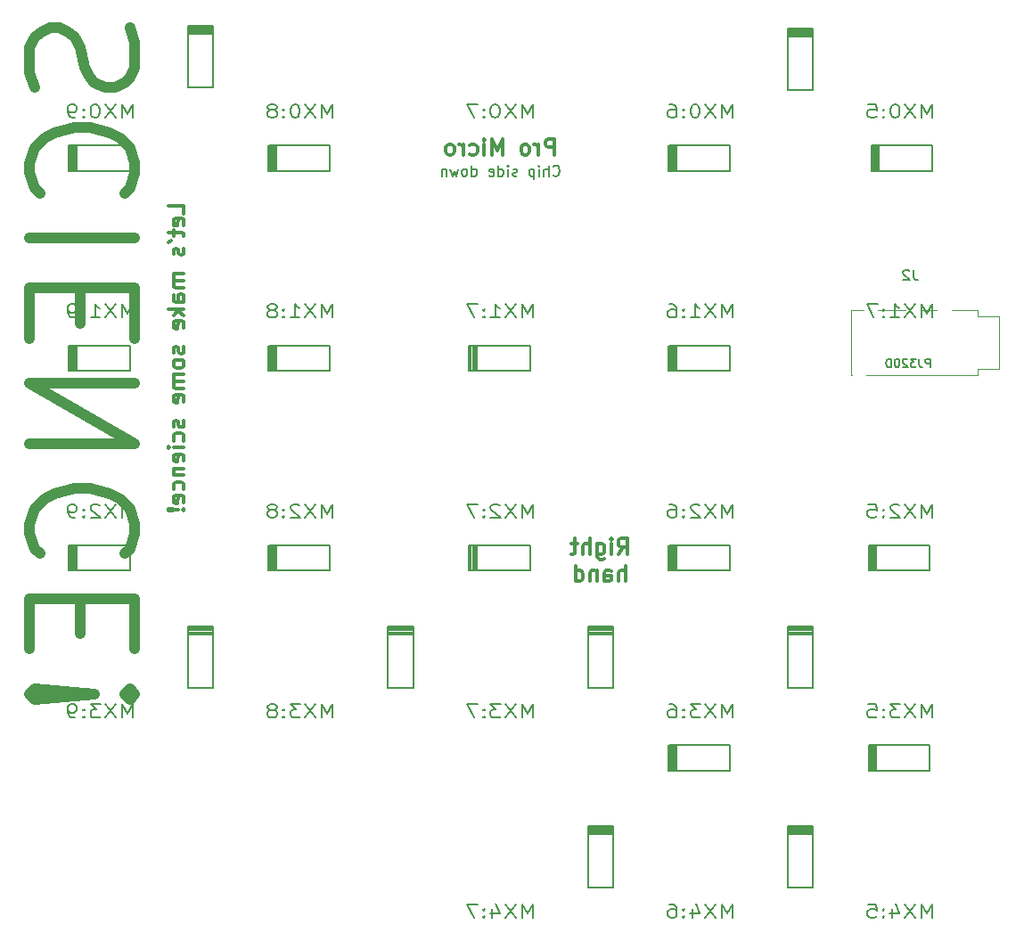
<source format=gbo>
G04 #@! TF.FileFunction,Legend,Bot*
%FSLAX46Y46*%
G04 Gerber Fmt 4.6, Leading zero omitted, Abs format (unit mm)*
G04 Created by KiCad (PCBNEW 4.0.7) date 2017 December 10, Sunday 13:49:37*
%MOMM*%
%LPD*%
G01*
G04 APERTURE LIST*
%ADD10C,0.100000*%
%ADD11C,0.300000*%
%ADD12C,1.000000*%
%ADD13C,0.200000*%
%ADD14C,0.150000*%
%ADD15C,0.120000*%
%ADD16C,0.203200*%
G04 APERTURE END LIST*
D10*
D11*
X96928571Y-68785715D02*
X96928571Y-68071429D01*
X95428571Y-68071429D01*
X96857143Y-69857143D02*
X96928571Y-69714286D01*
X96928571Y-69428572D01*
X96857143Y-69285715D01*
X96714286Y-69214286D01*
X96142857Y-69214286D01*
X96000000Y-69285715D01*
X95928571Y-69428572D01*
X95928571Y-69714286D01*
X96000000Y-69857143D01*
X96142857Y-69928572D01*
X96285714Y-69928572D01*
X96428571Y-69214286D01*
X95928571Y-70357143D02*
X95928571Y-70928572D01*
X95428571Y-70571429D02*
X96714286Y-70571429D01*
X96857143Y-70642857D01*
X96928571Y-70785715D01*
X96928571Y-70928572D01*
X95428571Y-71500000D02*
X95714286Y-71357143D01*
X96857143Y-72071429D02*
X96928571Y-72214286D01*
X96928571Y-72500001D01*
X96857143Y-72642858D01*
X96714286Y-72714286D01*
X96642857Y-72714286D01*
X96500000Y-72642858D01*
X96428571Y-72500001D01*
X96428571Y-72285715D01*
X96357143Y-72142858D01*
X96214286Y-72071429D01*
X96142857Y-72071429D01*
X96000000Y-72142858D01*
X95928571Y-72285715D01*
X95928571Y-72500001D01*
X96000000Y-72642858D01*
X96928571Y-74500001D02*
X95928571Y-74500001D01*
X96071429Y-74500001D02*
X96000000Y-74571429D01*
X95928571Y-74714287D01*
X95928571Y-74928572D01*
X96000000Y-75071429D01*
X96142857Y-75142858D01*
X96928571Y-75142858D01*
X96142857Y-75142858D02*
X96000000Y-75214287D01*
X95928571Y-75357144D01*
X95928571Y-75571429D01*
X96000000Y-75714287D01*
X96142857Y-75785715D01*
X96928571Y-75785715D01*
X96928571Y-77142858D02*
X96142857Y-77142858D01*
X96000000Y-77071429D01*
X95928571Y-76928572D01*
X95928571Y-76642858D01*
X96000000Y-76500001D01*
X96857143Y-77142858D02*
X96928571Y-77000001D01*
X96928571Y-76642858D01*
X96857143Y-76500001D01*
X96714286Y-76428572D01*
X96571429Y-76428572D01*
X96428571Y-76500001D01*
X96357143Y-76642858D01*
X96357143Y-77000001D01*
X96285714Y-77142858D01*
X96928571Y-77857144D02*
X95428571Y-77857144D01*
X96357143Y-78000001D02*
X96928571Y-78428572D01*
X95928571Y-78428572D02*
X96500000Y-77857144D01*
X96857143Y-79642858D02*
X96928571Y-79500001D01*
X96928571Y-79214287D01*
X96857143Y-79071430D01*
X96714286Y-79000001D01*
X96142857Y-79000001D01*
X96000000Y-79071430D01*
X95928571Y-79214287D01*
X95928571Y-79500001D01*
X96000000Y-79642858D01*
X96142857Y-79714287D01*
X96285714Y-79714287D01*
X96428571Y-79000001D01*
X96857143Y-81428572D02*
X96928571Y-81571429D01*
X96928571Y-81857144D01*
X96857143Y-82000001D01*
X96714286Y-82071429D01*
X96642857Y-82071429D01*
X96500000Y-82000001D01*
X96428571Y-81857144D01*
X96428571Y-81642858D01*
X96357143Y-81500001D01*
X96214286Y-81428572D01*
X96142857Y-81428572D01*
X96000000Y-81500001D01*
X95928571Y-81642858D01*
X95928571Y-81857144D01*
X96000000Y-82000001D01*
X96928571Y-82928573D02*
X96857143Y-82785715D01*
X96785714Y-82714287D01*
X96642857Y-82642858D01*
X96214286Y-82642858D01*
X96071429Y-82714287D01*
X96000000Y-82785715D01*
X95928571Y-82928573D01*
X95928571Y-83142858D01*
X96000000Y-83285715D01*
X96071429Y-83357144D01*
X96214286Y-83428573D01*
X96642857Y-83428573D01*
X96785714Y-83357144D01*
X96857143Y-83285715D01*
X96928571Y-83142858D01*
X96928571Y-82928573D01*
X96928571Y-84071430D02*
X95928571Y-84071430D01*
X96071429Y-84071430D02*
X96000000Y-84142858D01*
X95928571Y-84285716D01*
X95928571Y-84500001D01*
X96000000Y-84642858D01*
X96142857Y-84714287D01*
X96928571Y-84714287D01*
X96142857Y-84714287D02*
X96000000Y-84785716D01*
X95928571Y-84928573D01*
X95928571Y-85142858D01*
X96000000Y-85285716D01*
X96142857Y-85357144D01*
X96928571Y-85357144D01*
X96857143Y-86642858D02*
X96928571Y-86500001D01*
X96928571Y-86214287D01*
X96857143Y-86071430D01*
X96714286Y-86000001D01*
X96142857Y-86000001D01*
X96000000Y-86071430D01*
X95928571Y-86214287D01*
X95928571Y-86500001D01*
X96000000Y-86642858D01*
X96142857Y-86714287D01*
X96285714Y-86714287D01*
X96428571Y-86000001D01*
X96857143Y-88428572D02*
X96928571Y-88571429D01*
X96928571Y-88857144D01*
X96857143Y-89000001D01*
X96714286Y-89071429D01*
X96642857Y-89071429D01*
X96500000Y-89000001D01*
X96428571Y-88857144D01*
X96428571Y-88642858D01*
X96357143Y-88500001D01*
X96214286Y-88428572D01*
X96142857Y-88428572D01*
X96000000Y-88500001D01*
X95928571Y-88642858D01*
X95928571Y-88857144D01*
X96000000Y-89000001D01*
X96857143Y-90357144D02*
X96928571Y-90214287D01*
X96928571Y-89928573D01*
X96857143Y-89785715D01*
X96785714Y-89714287D01*
X96642857Y-89642858D01*
X96214286Y-89642858D01*
X96071429Y-89714287D01*
X96000000Y-89785715D01*
X95928571Y-89928573D01*
X95928571Y-90214287D01*
X96000000Y-90357144D01*
X96928571Y-91000001D02*
X95928571Y-91000001D01*
X95428571Y-91000001D02*
X95500000Y-90928572D01*
X95571429Y-91000001D01*
X95500000Y-91071429D01*
X95428571Y-91000001D01*
X95571429Y-91000001D01*
X96857143Y-92285715D02*
X96928571Y-92142858D01*
X96928571Y-91857144D01*
X96857143Y-91714287D01*
X96714286Y-91642858D01*
X96142857Y-91642858D01*
X96000000Y-91714287D01*
X95928571Y-91857144D01*
X95928571Y-92142858D01*
X96000000Y-92285715D01*
X96142857Y-92357144D01*
X96285714Y-92357144D01*
X96428571Y-91642858D01*
X95928571Y-93000001D02*
X96928571Y-93000001D01*
X96071429Y-93000001D02*
X96000000Y-93071429D01*
X95928571Y-93214287D01*
X95928571Y-93428572D01*
X96000000Y-93571429D01*
X96142857Y-93642858D01*
X96928571Y-93642858D01*
X96857143Y-95000001D02*
X96928571Y-94857144D01*
X96928571Y-94571430D01*
X96857143Y-94428572D01*
X96785714Y-94357144D01*
X96642857Y-94285715D01*
X96214286Y-94285715D01*
X96071429Y-94357144D01*
X96000000Y-94428572D01*
X95928571Y-94571430D01*
X95928571Y-94857144D01*
X96000000Y-95000001D01*
X96857143Y-96214286D02*
X96928571Y-96071429D01*
X96928571Y-95785715D01*
X96857143Y-95642858D01*
X96714286Y-95571429D01*
X96142857Y-95571429D01*
X96000000Y-95642858D01*
X95928571Y-95785715D01*
X95928571Y-96071429D01*
X96000000Y-96214286D01*
X96142857Y-96285715D01*
X96285714Y-96285715D01*
X96428571Y-95571429D01*
X96785714Y-96928572D02*
X96857143Y-97000000D01*
X96928571Y-96928572D01*
X96857143Y-96857143D01*
X96785714Y-96928572D01*
X96928571Y-96928572D01*
X96357143Y-96928572D02*
X95500000Y-96857143D01*
X95428571Y-96928572D01*
X95500000Y-97000000D01*
X96357143Y-96928572D01*
X95428571Y-96928572D01*
X138178571Y-101153571D02*
X138678571Y-100439286D01*
X139035714Y-101153571D02*
X139035714Y-99653571D01*
X138464286Y-99653571D01*
X138321428Y-99725000D01*
X138250000Y-99796429D01*
X138178571Y-99939286D01*
X138178571Y-100153571D01*
X138250000Y-100296429D01*
X138321428Y-100367857D01*
X138464286Y-100439286D01*
X139035714Y-100439286D01*
X137535714Y-101153571D02*
X137535714Y-100153571D01*
X137535714Y-99653571D02*
X137607143Y-99725000D01*
X137535714Y-99796429D01*
X137464286Y-99725000D01*
X137535714Y-99653571D01*
X137535714Y-99796429D01*
X136178571Y-100153571D02*
X136178571Y-101367857D01*
X136250000Y-101510714D01*
X136321428Y-101582143D01*
X136464285Y-101653571D01*
X136678571Y-101653571D01*
X136821428Y-101582143D01*
X136178571Y-101082143D02*
X136321428Y-101153571D01*
X136607142Y-101153571D01*
X136750000Y-101082143D01*
X136821428Y-101010714D01*
X136892857Y-100867857D01*
X136892857Y-100439286D01*
X136821428Y-100296429D01*
X136750000Y-100225000D01*
X136607142Y-100153571D01*
X136321428Y-100153571D01*
X136178571Y-100225000D01*
X135464285Y-101153571D02*
X135464285Y-99653571D01*
X134821428Y-101153571D02*
X134821428Y-100367857D01*
X134892857Y-100225000D01*
X135035714Y-100153571D01*
X135249999Y-100153571D01*
X135392857Y-100225000D01*
X135464285Y-100296429D01*
X134321428Y-100153571D02*
X133749999Y-100153571D01*
X134107142Y-99653571D02*
X134107142Y-100939286D01*
X134035714Y-101082143D01*
X133892856Y-101153571D01*
X133749999Y-101153571D01*
X138857143Y-103703571D02*
X138857143Y-102203571D01*
X138214286Y-103703571D02*
X138214286Y-102917857D01*
X138285715Y-102775000D01*
X138428572Y-102703571D01*
X138642857Y-102703571D01*
X138785715Y-102775000D01*
X138857143Y-102846429D01*
X136857143Y-103703571D02*
X136857143Y-102917857D01*
X136928572Y-102775000D01*
X137071429Y-102703571D01*
X137357143Y-102703571D01*
X137500000Y-102775000D01*
X136857143Y-103632143D02*
X137000000Y-103703571D01*
X137357143Y-103703571D01*
X137500000Y-103632143D01*
X137571429Y-103489286D01*
X137571429Y-103346429D01*
X137500000Y-103203571D01*
X137357143Y-103132143D01*
X137000000Y-103132143D01*
X136857143Y-103060714D01*
X136142857Y-102703571D02*
X136142857Y-103703571D01*
X136142857Y-102846429D02*
X136071429Y-102775000D01*
X135928571Y-102703571D01*
X135714286Y-102703571D01*
X135571429Y-102775000D01*
X135500000Y-102917857D01*
X135500000Y-103703571D01*
X134142857Y-103703571D02*
X134142857Y-102203571D01*
X134142857Y-103632143D02*
X134285714Y-103703571D01*
X134571428Y-103703571D01*
X134714286Y-103632143D01*
X134785714Y-103560714D01*
X134857143Y-103417857D01*
X134857143Y-102989286D01*
X134785714Y-102846429D01*
X134714286Y-102775000D01*
X134571428Y-102703571D01*
X134285714Y-102703571D01*
X134142857Y-102775000D01*
D12*
X91797619Y-51095238D02*
X92273810Y-52523809D01*
X92273810Y-54904762D01*
X91797619Y-55857143D01*
X91321429Y-56333333D01*
X90369048Y-56809524D01*
X89416667Y-56809524D01*
X88464286Y-56333333D01*
X87988095Y-55857143D01*
X87511905Y-54904762D01*
X87035714Y-53000000D01*
X86559524Y-52047619D01*
X86083333Y-51571428D01*
X85130952Y-51095238D01*
X84178571Y-51095238D01*
X83226190Y-51571428D01*
X82750000Y-52047619D01*
X82273810Y-53000000D01*
X82273810Y-55380952D01*
X82750000Y-56809524D01*
X91321429Y-66809524D02*
X91797619Y-66333334D01*
X92273810Y-64904762D01*
X92273810Y-63952381D01*
X91797619Y-62523810D01*
X90845238Y-61571429D01*
X89892857Y-61095238D01*
X87988095Y-60619048D01*
X86559524Y-60619048D01*
X84654762Y-61095238D01*
X83702381Y-61571429D01*
X82750000Y-62523810D01*
X82273810Y-63952381D01*
X82273810Y-64904762D01*
X82750000Y-66333334D01*
X83226190Y-66809524D01*
X92273810Y-71095238D02*
X82273810Y-71095238D01*
X87035714Y-75857143D02*
X87035714Y-79190477D01*
X92273810Y-80619048D02*
X92273810Y-75857143D01*
X82273810Y-75857143D01*
X82273810Y-80619048D01*
X92273810Y-84904762D02*
X82273810Y-84904762D01*
X92273810Y-90619048D01*
X82273810Y-90619048D01*
X91321429Y-101095238D02*
X91797619Y-100619048D01*
X92273810Y-99190476D01*
X92273810Y-98238095D01*
X91797619Y-96809524D01*
X90845238Y-95857143D01*
X89892857Y-95380952D01*
X87988095Y-94904762D01*
X86559524Y-94904762D01*
X84654762Y-95380952D01*
X83702381Y-95857143D01*
X82750000Y-96809524D01*
X82273810Y-98238095D01*
X82273810Y-99190476D01*
X82750000Y-100619048D01*
X83226190Y-101095238D01*
X87035714Y-105380952D02*
X87035714Y-108714286D01*
X92273810Y-110142857D02*
X92273810Y-105380952D01*
X82273810Y-105380952D01*
X82273810Y-110142857D01*
X91321429Y-114428571D02*
X91797619Y-114904762D01*
X92273810Y-114428571D01*
X91797619Y-113952381D01*
X91321429Y-114428571D01*
X92273810Y-114428571D01*
X88464286Y-114428571D02*
X82750000Y-113952381D01*
X82273810Y-114428571D01*
X82750000Y-114904762D01*
X88464286Y-114428571D01*
X82273810Y-114428571D01*
D13*
X132000000Y-65107143D02*
X132047619Y-65154762D01*
X132190476Y-65202381D01*
X132285714Y-65202381D01*
X132428572Y-65154762D01*
X132523810Y-65059524D01*
X132571429Y-64964286D01*
X132619048Y-64773810D01*
X132619048Y-64630952D01*
X132571429Y-64440476D01*
X132523810Y-64345238D01*
X132428572Y-64250000D01*
X132285714Y-64202381D01*
X132190476Y-64202381D01*
X132047619Y-64250000D01*
X132000000Y-64297619D01*
X131571429Y-65202381D02*
X131571429Y-64202381D01*
X131142857Y-65202381D02*
X131142857Y-64678571D01*
X131190476Y-64583333D01*
X131285714Y-64535714D01*
X131428572Y-64535714D01*
X131523810Y-64583333D01*
X131571429Y-64630952D01*
X130666667Y-65202381D02*
X130666667Y-64535714D01*
X130666667Y-64202381D02*
X130714286Y-64250000D01*
X130666667Y-64297619D01*
X130619048Y-64250000D01*
X130666667Y-64202381D01*
X130666667Y-64297619D01*
X130190477Y-64535714D02*
X130190477Y-65535714D01*
X130190477Y-64583333D02*
X130095239Y-64535714D01*
X129904762Y-64535714D01*
X129809524Y-64583333D01*
X129761905Y-64630952D01*
X129714286Y-64726190D01*
X129714286Y-65011905D01*
X129761905Y-65107143D01*
X129809524Y-65154762D01*
X129904762Y-65202381D01*
X130095239Y-65202381D01*
X130190477Y-65154762D01*
X128571429Y-65154762D02*
X128476191Y-65202381D01*
X128285715Y-65202381D01*
X128190476Y-65154762D01*
X128142857Y-65059524D01*
X128142857Y-65011905D01*
X128190476Y-64916667D01*
X128285715Y-64869048D01*
X128428572Y-64869048D01*
X128523810Y-64821429D01*
X128571429Y-64726190D01*
X128571429Y-64678571D01*
X128523810Y-64583333D01*
X128428572Y-64535714D01*
X128285715Y-64535714D01*
X128190476Y-64583333D01*
X127714286Y-65202381D02*
X127714286Y-64535714D01*
X127714286Y-64202381D02*
X127761905Y-64250000D01*
X127714286Y-64297619D01*
X127666667Y-64250000D01*
X127714286Y-64202381D01*
X127714286Y-64297619D01*
X126809524Y-65202381D02*
X126809524Y-64202381D01*
X126809524Y-65154762D02*
X126904762Y-65202381D01*
X127095239Y-65202381D01*
X127190477Y-65154762D01*
X127238096Y-65107143D01*
X127285715Y-65011905D01*
X127285715Y-64726190D01*
X127238096Y-64630952D01*
X127190477Y-64583333D01*
X127095239Y-64535714D01*
X126904762Y-64535714D01*
X126809524Y-64583333D01*
X125952381Y-65154762D02*
X126047619Y-65202381D01*
X126238096Y-65202381D01*
X126333334Y-65154762D01*
X126380953Y-65059524D01*
X126380953Y-64678571D01*
X126333334Y-64583333D01*
X126238096Y-64535714D01*
X126047619Y-64535714D01*
X125952381Y-64583333D01*
X125904762Y-64678571D01*
X125904762Y-64773810D01*
X126380953Y-64869048D01*
X124285714Y-65202381D02*
X124285714Y-64202381D01*
X124285714Y-65154762D02*
X124380952Y-65202381D01*
X124571429Y-65202381D01*
X124666667Y-65154762D01*
X124714286Y-65107143D01*
X124761905Y-65011905D01*
X124761905Y-64726190D01*
X124714286Y-64630952D01*
X124666667Y-64583333D01*
X124571429Y-64535714D01*
X124380952Y-64535714D01*
X124285714Y-64583333D01*
X123666667Y-65202381D02*
X123761905Y-65154762D01*
X123809524Y-65107143D01*
X123857143Y-65011905D01*
X123857143Y-64726190D01*
X123809524Y-64630952D01*
X123761905Y-64583333D01*
X123666667Y-64535714D01*
X123523809Y-64535714D01*
X123428571Y-64583333D01*
X123380952Y-64630952D01*
X123333333Y-64726190D01*
X123333333Y-65011905D01*
X123380952Y-65107143D01*
X123428571Y-65154762D01*
X123523809Y-65202381D01*
X123666667Y-65202381D01*
X123000000Y-64535714D02*
X122809524Y-65202381D01*
X122619047Y-64726190D01*
X122428571Y-65202381D01*
X122238095Y-64535714D01*
X121857143Y-64535714D02*
X121857143Y-65202381D01*
X121857143Y-64630952D02*
X121809524Y-64583333D01*
X121714286Y-64535714D01*
X121571428Y-64535714D01*
X121476190Y-64583333D01*
X121428571Y-64678571D01*
X121428571Y-65202381D01*
D11*
X132107142Y-63178571D02*
X132107142Y-61678571D01*
X131535714Y-61678571D01*
X131392856Y-61750000D01*
X131321428Y-61821429D01*
X131249999Y-61964286D01*
X131249999Y-62178571D01*
X131321428Y-62321429D01*
X131392856Y-62392857D01*
X131535714Y-62464286D01*
X132107142Y-62464286D01*
X130607142Y-63178571D02*
X130607142Y-62178571D01*
X130607142Y-62464286D02*
X130535714Y-62321429D01*
X130464285Y-62250000D01*
X130321428Y-62178571D01*
X130178571Y-62178571D01*
X129464285Y-63178571D02*
X129607143Y-63107143D01*
X129678571Y-63035714D01*
X129750000Y-62892857D01*
X129750000Y-62464286D01*
X129678571Y-62321429D01*
X129607143Y-62250000D01*
X129464285Y-62178571D01*
X129250000Y-62178571D01*
X129107143Y-62250000D01*
X129035714Y-62321429D01*
X128964285Y-62464286D01*
X128964285Y-62892857D01*
X129035714Y-63035714D01*
X129107143Y-63107143D01*
X129250000Y-63178571D01*
X129464285Y-63178571D01*
X127178571Y-63178571D02*
X127178571Y-61678571D01*
X126678571Y-62750000D01*
X126178571Y-61678571D01*
X126178571Y-63178571D01*
X125464285Y-63178571D02*
X125464285Y-62178571D01*
X125464285Y-61678571D02*
X125535714Y-61750000D01*
X125464285Y-61821429D01*
X125392857Y-61750000D01*
X125464285Y-61678571D01*
X125464285Y-61821429D01*
X124107142Y-63107143D02*
X124249999Y-63178571D01*
X124535713Y-63178571D01*
X124678571Y-63107143D01*
X124749999Y-63035714D01*
X124821428Y-62892857D01*
X124821428Y-62464286D01*
X124749999Y-62321429D01*
X124678571Y-62250000D01*
X124535713Y-62178571D01*
X124249999Y-62178571D01*
X124107142Y-62250000D01*
X123464285Y-63178571D02*
X123464285Y-62178571D01*
X123464285Y-62464286D02*
X123392857Y-62321429D01*
X123321428Y-62250000D01*
X123178571Y-62178571D01*
X123035714Y-62178571D01*
X122321428Y-63178571D02*
X122464286Y-63107143D01*
X122535714Y-63035714D01*
X122607143Y-62892857D01*
X122607143Y-62464286D01*
X122535714Y-62321429D01*
X122464286Y-62250000D01*
X122321428Y-62178571D01*
X122107143Y-62178571D01*
X121964286Y-62250000D01*
X121892857Y-62321429D01*
X121821428Y-62464286D01*
X121821428Y-62892857D01*
X121892857Y-63035714D01*
X121964286Y-63107143D01*
X122107143Y-63178571D01*
X122321428Y-63178571D01*
D14*
X167807143Y-83361905D02*
X167807143Y-82561905D01*
X167502381Y-82561905D01*
X167426190Y-82600000D01*
X167388095Y-82638095D01*
X167350000Y-82714286D01*
X167350000Y-82828571D01*
X167388095Y-82904762D01*
X167426190Y-82942857D01*
X167502381Y-82980952D01*
X167807143Y-82980952D01*
X166778571Y-82561905D02*
X166778571Y-83133333D01*
X166816667Y-83247619D01*
X166892857Y-83323810D01*
X167007143Y-83361905D01*
X167083333Y-83361905D01*
X166473809Y-82561905D02*
X165978571Y-82561905D01*
X166245238Y-82866667D01*
X166130952Y-82866667D01*
X166054762Y-82904762D01*
X166016666Y-82942857D01*
X165978571Y-83019048D01*
X165978571Y-83209524D01*
X166016666Y-83285714D01*
X166054762Y-83323810D01*
X166130952Y-83361905D01*
X166359524Y-83361905D01*
X166435714Y-83323810D01*
X166473809Y-83285714D01*
X165673809Y-82638095D02*
X165635714Y-82600000D01*
X165559523Y-82561905D01*
X165369047Y-82561905D01*
X165292857Y-82600000D01*
X165254761Y-82638095D01*
X165216666Y-82714286D01*
X165216666Y-82790476D01*
X165254761Y-82904762D01*
X165711904Y-83361905D01*
X165216666Y-83361905D01*
X164721428Y-82561905D02*
X164645237Y-82561905D01*
X164569047Y-82600000D01*
X164530952Y-82638095D01*
X164492856Y-82714286D01*
X164454761Y-82866667D01*
X164454761Y-83057143D01*
X164492856Y-83209524D01*
X164530952Y-83285714D01*
X164569047Y-83323810D01*
X164645237Y-83361905D01*
X164721428Y-83361905D01*
X164797618Y-83323810D01*
X164835714Y-83285714D01*
X164873809Y-83209524D01*
X164911904Y-83057143D01*
X164911904Y-82866667D01*
X164873809Y-82714286D01*
X164835714Y-82638095D01*
X164797618Y-82600000D01*
X164721428Y-82561905D01*
X164111904Y-83361905D02*
X164111904Y-82561905D01*
X163921428Y-82561905D01*
X163807142Y-82600000D01*
X163730951Y-82676190D01*
X163692856Y-82752381D01*
X163654761Y-82904762D01*
X163654761Y-83019048D01*
X163692856Y-83171429D01*
X163730951Y-83247619D01*
X163807142Y-83323810D01*
X163921428Y-83361905D01*
X164111904Y-83361905D01*
D13*
X91800000Y-64700000D02*
X86000000Y-64700000D01*
X91800000Y-62300000D02*
X91800000Y-64700000D01*
X86000000Y-62300000D02*
X91800000Y-62300000D01*
X86075000Y-62300000D02*
X86075000Y-64700000D01*
X86200000Y-62300000D02*
X86200000Y-64700000D01*
X85975000Y-64700000D02*
X85975000Y-62300000D01*
X86375000Y-62300000D02*
X86375000Y-64700000D01*
X86550000Y-62300000D02*
X86550000Y-64700000D01*
X86725000Y-62300000D02*
X86725000Y-64700000D01*
X86000000Y-62300000D02*
X91800000Y-62300000D01*
X97300000Y-56800000D02*
X97300000Y-51000000D01*
X99700000Y-56800000D02*
X97300000Y-56800000D01*
X99700000Y-51000000D02*
X99700000Y-56800000D01*
X99700000Y-51075000D02*
X97300000Y-51075000D01*
X99700000Y-51200000D02*
X97300000Y-51200000D01*
X97300000Y-50975000D02*
X99700000Y-50975000D01*
X99700000Y-51375000D02*
X97300000Y-51375000D01*
X99700000Y-51550000D02*
X97300000Y-51550000D01*
X99700000Y-51725000D02*
X97300000Y-51725000D01*
X99700000Y-51000000D02*
X99700000Y-56800000D01*
X110800000Y-64700000D02*
X105000000Y-64700000D01*
X110800000Y-62300000D02*
X110800000Y-64700000D01*
X105000000Y-62300000D02*
X110800000Y-62300000D01*
X105075000Y-62300000D02*
X105075000Y-64700000D01*
X105200000Y-62300000D02*
X105200000Y-64700000D01*
X104975000Y-64700000D02*
X104975000Y-62300000D01*
X105375000Y-62300000D02*
X105375000Y-64700000D01*
X105550000Y-62300000D02*
X105550000Y-64700000D01*
X105725000Y-62300000D02*
X105725000Y-64700000D01*
X105000000Y-62300000D02*
X110800000Y-62300000D01*
X148800000Y-64700000D02*
X143000000Y-64700000D01*
X148800000Y-62300000D02*
X148800000Y-64700000D01*
X143000000Y-62300000D02*
X148800000Y-62300000D01*
X143075000Y-62300000D02*
X143075000Y-64700000D01*
X143200000Y-62300000D02*
X143200000Y-64700000D01*
X142975000Y-64700000D02*
X142975000Y-62300000D01*
X143375000Y-62300000D02*
X143375000Y-64700000D01*
X143550000Y-62300000D02*
X143550000Y-64700000D01*
X143725000Y-62300000D02*
X143725000Y-64700000D01*
X143000000Y-62300000D02*
X148800000Y-62300000D01*
X154300000Y-57050000D02*
X154300000Y-51250000D01*
X156700000Y-57050000D02*
X154300000Y-57050000D01*
X156700000Y-51250000D02*
X156700000Y-57050000D01*
X156700000Y-51325000D02*
X154300000Y-51325000D01*
X156700000Y-51450000D02*
X154300000Y-51450000D01*
X154300000Y-51225000D02*
X156700000Y-51225000D01*
X156700000Y-51625000D02*
X154300000Y-51625000D01*
X156700000Y-51800000D02*
X154300000Y-51800000D01*
X156700000Y-51975000D02*
X154300000Y-51975000D01*
X156700000Y-51250000D02*
X156700000Y-57050000D01*
X91800000Y-83700000D02*
X86000000Y-83700000D01*
X91800000Y-81300000D02*
X91800000Y-83700000D01*
X86000000Y-81300000D02*
X91800000Y-81300000D01*
X86075000Y-81300000D02*
X86075000Y-83700000D01*
X86200000Y-81300000D02*
X86200000Y-83700000D01*
X85975000Y-83700000D02*
X85975000Y-81300000D01*
X86375000Y-81300000D02*
X86375000Y-83700000D01*
X86550000Y-81300000D02*
X86550000Y-83700000D01*
X86725000Y-81300000D02*
X86725000Y-83700000D01*
X86000000Y-81300000D02*
X91800000Y-81300000D01*
X110800000Y-83700000D02*
X105000000Y-83700000D01*
X110800000Y-81300000D02*
X110800000Y-83700000D01*
X105000000Y-81300000D02*
X110800000Y-81300000D01*
X105075000Y-81300000D02*
X105075000Y-83700000D01*
X105200000Y-81300000D02*
X105200000Y-83700000D01*
X104975000Y-83700000D02*
X104975000Y-81300000D01*
X105375000Y-81300000D02*
X105375000Y-83700000D01*
X105550000Y-81300000D02*
X105550000Y-83700000D01*
X105725000Y-81300000D02*
X105725000Y-83700000D01*
X105000000Y-81300000D02*
X110800000Y-81300000D01*
X129800000Y-83700000D02*
X124000000Y-83700000D01*
X129800000Y-81300000D02*
X129800000Y-83700000D01*
X124000000Y-81300000D02*
X129800000Y-81300000D01*
X124075000Y-81300000D02*
X124075000Y-83700000D01*
X124200000Y-81300000D02*
X124200000Y-83700000D01*
X123975000Y-83700000D02*
X123975000Y-81300000D01*
X124375000Y-81300000D02*
X124375000Y-83700000D01*
X124550000Y-81300000D02*
X124550000Y-83700000D01*
X124725000Y-81300000D02*
X124725000Y-83700000D01*
X124000000Y-81300000D02*
X129800000Y-81300000D01*
X148800000Y-83700000D02*
X143000000Y-83700000D01*
X148800000Y-81300000D02*
X148800000Y-83700000D01*
X143000000Y-81300000D02*
X148800000Y-81300000D01*
X143075000Y-81300000D02*
X143075000Y-83700000D01*
X143200000Y-81300000D02*
X143200000Y-83700000D01*
X142975000Y-83700000D02*
X142975000Y-81300000D01*
X143375000Y-81300000D02*
X143375000Y-83700000D01*
X143550000Y-81300000D02*
X143550000Y-83700000D01*
X143725000Y-81300000D02*
X143725000Y-83700000D01*
X143000000Y-81300000D02*
X148800000Y-81300000D01*
X168050000Y-64700000D02*
X162250000Y-64700000D01*
X168050000Y-62300000D02*
X168050000Y-64700000D01*
X162250000Y-62300000D02*
X168050000Y-62300000D01*
X162325000Y-62300000D02*
X162325000Y-64700000D01*
X162450000Y-62300000D02*
X162450000Y-64700000D01*
X162225000Y-64700000D02*
X162225000Y-62300000D01*
X162625000Y-62300000D02*
X162625000Y-64700000D01*
X162800000Y-62300000D02*
X162800000Y-64700000D01*
X162975000Y-62300000D02*
X162975000Y-64700000D01*
X162250000Y-62300000D02*
X168050000Y-62300000D01*
X91800000Y-102700000D02*
X86000000Y-102700000D01*
X91800000Y-100300000D02*
X91800000Y-102700000D01*
X86000000Y-100300000D02*
X91800000Y-100300000D01*
X86075000Y-100300000D02*
X86075000Y-102700000D01*
X86200000Y-100300000D02*
X86200000Y-102700000D01*
X85975000Y-102700000D02*
X85975000Y-100300000D01*
X86375000Y-100300000D02*
X86375000Y-102700000D01*
X86550000Y-100300000D02*
X86550000Y-102700000D01*
X86725000Y-100300000D02*
X86725000Y-102700000D01*
X86000000Y-100300000D02*
X91800000Y-100300000D01*
X110800000Y-102700000D02*
X105000000Y-102700000D01*
X110800000Y-100300000D02*
X110800000Y-102700000D01*
X105000000Y-100300000D02*
X110800000Y-100300000D01*
X105075000Y-100300000D02*
X105075000Y-102700000D01*
X105200000Y-100300000D02*
X105200000Y-102700000D01*
X104975000Y-102700000D02*
X104975000Y-100300000D01*
X105375000Y-100300000D02*
X105375000Y-102700000D01*
X105550000Y-100300000D02*
X105550000Y-102700000D01*
X105725000Y-100300000D02*
X105725000Y-102700000D01*
X105000000Y-100300000D02*
X110800000Y-100300000D01*
X129800000Y-102700000D02*
X124000000Y-102700000D01*
X129800000Y-100300000D02*
X129800000Y-102700000D01*
X124000000Y-100300000D02*
X129800000Y-100300000D01*
X124075000Y-100300000D02*
X124075000Y-102700000D01*
X124200000Y-100300000D02*
X124200000Y-102700000D01*
X123975000Y-102700000D02*
X123975000Y-100300000D01*
X124375000Y-100300000D02*
X124375000Y-102700000D01*
X124550000Y-100300000D02*
X124550000Y-102700000D01*
X124725000Y-100300000D02*
X124725000Y-102700000D01*
X124000000Y-100300000D02*
X129800000Y-100300000D01*
X148800000Y-102700000D02*
X143000000Y-102700000D01*
X148800000Y-100300000D02*
X148800000Y-102700000D01*
X143000000Y-100300000D02*
X148800000Y-100300000D01*
X143075000Y-100300000D02*
X143075000Y-102700000D01*
X143200000Y-100300000D02*
X143200000Y-102700000D01*
X142975000Y-102700000D02*
X142975000Y-100300000D01*
X143375000Y-100300000D02*
X143375000Y-102700000D01*
X143550000Y-100300000D02*
X143550000Y-102700000D01*
X143725000Y-100300000D02*
X143725000Y-102700000D01*
X143000000Y-100300000D02*
X148800000Y-100300000D01*
X167800000Y-102700000D02*
X162000000Y-102700000D01*
X167800000Y-100300000D02*
X167800000Y-102700000D01*
X162000000Y-100300000D02*
X167800000Y-100300000D01*
X162075000Y-100300000D02*
X162075000Y-102700000D01*
X162200000Y-100300000D02*
X162200000Y-102700000D01*
X161975000Y-102700000D02*
X161975000Y-100300000D01*
X162375000Y-100300000D02*
X162375000Y-102700000D01*
X162550000Y-100300000D02*
X162550000Y-102700000D01*
X162725000Y-100300000D02*
X162725000Y-102700000D01*
X162000000Y-100300000D02*
X167800000Y-100300000D01*
X97300000Y-113800000D02*
X97300000Y-108000000D01*
X99700000Y-113800000D02*
X97300000Y-113800000D01*
X99700000Y-108000000D02*
X99700000Y-113800000D01*
X99700000Y-108075000D02*
X97300000Y-108075000D01*
X99700000Y-108200000D02*
X97300000Y-108200000D01*
X97300000Y-107975000D02*
X99700000Y-107975000D01*
X99700000Y-108375000D02*
X97300000Y-108375000D01*
X99700000Y-108550000D02*
X97300000Y-108550000D01*
X99700000Y-108725000D02*
X97300000Y-108725000D01*
X99700000Y-108000000D02*
X99700000Y-113800000D01*
X116300000Y-113800000D02*
X116300000Y-108000000D01*
X118700000Y-113800000D02*
X116300000Y-113800000D01*
X118700000Y-108000000D02*
X118700000Y-113800000D01*
X118700000Y-108075000D02*
X116300000Y-108075000D01*
X118700000Y-108200000D02*
X116300000Y-108200000D01*
X116300000Y-107975000D02*
X118700000Y-107975000D01*
X118700000Y-108375000D02*
X116300000Y-108375000D01*
X118700000Y-108550000D02*
X116300000Y-108550000D01*
X118700000Y-108725000D02*
X116300000Y-108725000D01*
X118700000Y-108000000D02*
X118700000Y-113800000D01*
X135300000Y-113800000D02*
X135300000Y-108000000D01*
X137700000Y-113800000D02*
X135300000Y-113800000D01*
X137700000Y-108000000D02*
X137700000Y-113800000D01*
X137700000Y-108075000D02*
X135300000Y-108075000D01*
X137700000Y-108200000D02*
X135300000Y-108200000D01*
X135300000Y-107975000D02*
X137700000Y-107975000D01*
X137700000Y-108375000D02*
X135300000Y-108375000D01*
X137700000Y-108550000D02*
X135300000Y-108550000D01*
X137700000Y-108725000D02*
X135300000Y-108725000D01*
X137700000Y-108000000D02*
X137700000Y-113800000D01*
X154300000Y-113800000D02*
X154300000Y-108000000D01*
X156700000Y-113800000D02*
X154300000Y-113800000D01*
X156700000Y-108000000D02*
X156700000Y-113800000D01*
X156700000Y-108075000D02*
X154300000Y-108075000D01*
X156700000Y-108200000D02*
X154300000Y-108200000D01*
X154300000Y-107975000D02*
X156700000Y-107975000D01*
X156700000Y-108375000D02*
X154300000Y-108375000D01*
X156700000Y-108550000D02*
X154300000Y-108550000D01*
X156700000Y-108725000D02*
X154300000Y-108725000D01*
X156700000Y-108000000D02*
X156700000Y-113800000D01*
X167800000Y-121700000D02*
X162000000Y-121700000D01*
X167800000Y-119300000D02*
X167800000Y-121700000D01*
X162000000Y-119300000D02*
X167800000Y-119300000D01*
X162075000Y-119300000D02*
X162075000Y-121700000D01*
X162200000Y-119300000D02*
X162200000Y-121700000D01*
X161975000Y-121700000D02*
X161975000Y-119300000D01*
X162375000Y-119300000D02*
X162375000Y-121700000D01*
X162550000Y-119300000D02*
X162550000Y-121700000D01*
X162725000Y-119300000D02*
X162725000Y-121700000D01*
X162000000Y-119300000D02*
X167800000Y-119300000D01*
X135300000Y-132800000D02*
X135300000Y-127000000D01*
X137700000Y-132800000D02*
X135300000Y-132800000D01*
X137700000Y-127000000D02*
X137700000Y-132800000D01*
X137700000Y-127075000D02*
X135300000Y-127075000D01*
X137700000Y-127200000D02*
X135300000Y-127200000D01*
X135300000Y-126975000D02*
X137700000Y-126975000D01*
X137700000Y-127375000D02*
X135300000Y-127375000D01*
X137700000Y-127550000D02*
X135300000Y-127550000D01*
X137700000Y-127725000D02*
X135300000Y-127725000D01*
X137700000Y-127000000D02*
X137700000Y-132800000D01*
X148800000Y-121700000D02*
X143000000Y-121700000D01*
X148800000Y-119300000D02*
X148800000Y-121700000D01*
X143000000Y-119300000D02*
X148800000Y-119300000D01*
X143075000Y-119300000D02*
X143075000Y-121700000D01*
X143200000Y-119300000D02*
X143200000Y-121700000D01*
X142975000Y-121700000D02*
X142975000Y-119300000D01*
X143375000Y-119300000D02*
X143375000Y-121700000D01*
X143550000Y-119300000D02*
X143550000Y-121700000D01*
X143725000Y-119300000D02*
X143725000Y-121700000D01*
X143000000Y-119300000D02*
X148800000Y-119300000D01*
X154300000Y-132800000D02*
X154300000Y-127000000D01*
X156700000Y-132800000D02*
X154300000Y-132800000D01*
X156700000Y-127000000D02*
X156700000Y-132800000D01*
X156700000Y-127075000D02*
X154300000Y-127075000D01*
X156700000Y-127200000D02*
X154300000Y-127200000D01*
X154300000Y-126975000D02*
X156700000Y-126975000D01*
X156700000Y-127375000D02*
X154300000Y-127375000D01*
X156700000Y-127550000D02*
X154300000Y-127550000D01*
X156700000Y-127725000D02*
X154300000Y-127725000D01*
X156700000Y-127000000D02*
X156700000Y-132800000D01*
D15*
X161775000Y-84100000D02*
X172375000Y-84100000D01*
X160375000Y-84100000D02*
X160275000Y-84100000D01*
X161475000Y-77900000D02*
X160275000Y-77900000D01*
X165475000Y-77900000D02*
X162875000Y-77900000D01*
X168475000Y-77900000D02*
X166875000Y-77900000D01*
X172375000Y-77900000D02*
X169875000Y-77900000D01*
X160275000Y-84100000D02*
X160275000Y-77900000D01*
X172375000Y-77900000D02*
X172375000Y-78500000D01*
X172375000Y-83500000D02*
X172375000Y-84100000D01*
X174375000Y-78500000D02*
X174375000Y-83500000D01*
X172375000Y-78500000D02*
X174375000Y-78500000D01*
X172375000Y-83500000D02*
X174375000Y-83500000D01*
D16*
X130048000Y-97654524D02*
X130048000Y-96384524D01*
X129540000Y-97291667D01*
X129032000Y-96384524D01*
X129032000Y-97654524D01*
X128451429Y-96384524D02*
X127435429Y-97654524D01*
X127435429Y-96384524D02*
X128451429Y-97654524D01*
X126927428Y-96505476D02*
X126854857Y-96445000D01*
X126709714Y-96384524D01*
X126346857Y-96384524D01*
X126201714Y-96445000D01*
X126129143Y-96505476D01*
X126056571Y-96626429D01*
X126056571Y-96747381D01*
X126129143Y-96928810D01*
X127000000Y-97654524D01*
X126056571Y-97654524D01*
X125403428Y-97533571D02*
X125330856Y-97594048D01*
X125403428Y-97654524D01*
X125475999Y-97594048D01*
X125403428Y-97533571D01*
X125403428Y-97654524D01*
X125403428Y-96868333D02*
X125330856Y-96928810D01*
X125403428Y-96989286D01*
X125475999Y-96928810D01*
X125403428Y-96868333D01*
X125403428Y-96989286D01*
X124822857Y-96384524D02*
X123806857Y-96384524D01*
X124460000Y-97654524D01*
X92048000Y-59654524D02*
X92048000Y-58384524D01*
X91540000Y-59291667D01*
X91032000Y-58384524D01*
X91032000Y-59654524D01*
X90451429Y-58384524D02*
X89435429Y-59654524D01*
X89435429Y-58384524D02*
X90451429Y-59654524D01*
X88564571Y-58384524D02*
X88419428Y-58384524D01*
X88274285Y-58445000D01*
X88201714Y-58505476D01*
X88129143Y-58626429D01*
X88056571Y-58868333D01*
X88056571Y-59170714D01*
X88129143Y-59412619D01*
X88201714Y-59533571D01*
X88274285Y-59594048D01*
X88419428Y-59654524D01*
X88564571Y-59654524D01*
X88709714Y-59594048D01*
X88782285Y-59533571D01*
X88854857Y-59412619D01*
X88927428Y-59170714D01*
X88927428Y-58868333D01*
X88854857Y-58626429D01*
X88782285Y-58505476D01*
X88709714Y-58445000D01*
X88564571Y-58384524D01*
X87403428Y-59533571D02*
X87330856Y-59594048D01*
X87403428Y-59654524D01*
X87475999Y-59594048D01*
X87403428Y-59533571D01*
X87403428Y-59654524D01*
X87403428Y-58868333D02*
X87330856Y-58928810D01*
X87403428Y-58989286D01*
X87475999Y-58928810D01*
X87403428Y-58868333D01*
X87403428Y-58989286D01*
X86605142Y-59654524D02*
X86314857Y-59654524D01*
X86169714Y-59594048D01*
X86097142Y-59533571D01*
X85952000Y-59352143D01*
X85879428Y-59110238D01*
X85879428Y-58626429D01*
X85952000Y-58505476D01*
X86024571Y-58445000D01*
X86169714Y-58384524D01*
X86460000Y-58384524D01*
X86605142Y-58445000D01*
X86677714Y-58505476D01*
X86750285Y-58626429D01*
X86750285Y-58928810D01*
X86677714Y-59049762D01*
X86605142Y-59110238D01*
X86460000Y-59170714D01*
X86169714Y-59170714D01*
X86024571Y-59110238D01*
X85952000Y-59049762D01*
X85879428Y-58928810D01*
X111048000Y-59654524D02*
X111048000Y-58384524D01*
X110540000Y-59291667D01*
X110032000Y-58384524D01*
X110032000Y-59654524D01*
X109451429Y-58384524D02*
X108435429Y-59654524D01*
X108435429Y-58384524D02*
X109451429Y-59654524D01*
X107564571Y-58384524D02*
X107419428Y-58384524D01*
X107274285Y-58445000D01*
X107201714Y-58505476D01*
X107129143Y-58626429D01*
X107056571Y-58868333D01*
X107056571Y-59170714D01*
X107129143Y-59412619D01*
X107201714Y-59533571D01*
X107274285Y-59594048D01*
X107419428Y-59654524D01*
X107564571Y-59654524D01*
X107709714Y-59594048D01*
X107782285Y-59533571D01*
X107854857Y-59412619D01*
X107927428Y-59170714D01*
X107927428Y-58868333D01*
X107854857Y-58626429D01*
X107782285Y-58505476D01*
X107709714Y-58445000D01*
X107564571Y-58384524D01*
X106403428Y-59533571D02*
X106330856Y-59594048D01*
X106403428Y-59654524D01*
X106475999Y-59594048D01*
X106403428Y-59533571D01*
X106403428Y-59654524D01*
X106403428Y-58868333D02*
X106330856Y-58928810D01*
X106403428Y-58989286D01*
X106475999Y-58928810D01*
X106403428Y-58868333D01*
X106403428Y-58989286D01*
X105460000Y-58928810D02*
X105605142Y-58868333D01*
X105677714Y-58807857D01*
X105750285Y-58686905D01*
X105750285Y-58626429D01*
X105677714Y-58505476D01*
X105605142Y-58445000D01*
X105460000Y-58384524D01*
X105169714Y-58384524D01*
X105024571Y-58445000D01*
X104952000Y-58505476D01*
X104879428Y-58626429D01*
X104879428Y-58686905D01*
X104952000Y-58807857D01*
X105024571Y-58868333D01*
X105169714Y-58928810D01*
X105460000Y-58928810D01*
X105605142Y-58989286D01*
X105677714Y-59049762D01*
X105750285Y-59170714D01*
X105750285Y-59412619D01*
X105677714Y-59533571D01*
X105605142Y-59594048D01*
X105460000Y-59654524D01*
X105169714Y-59654524D01*
X105024571Y-59594048D01*
X104952000Y-59533571D01*
X104879428Y-59412619D01*
X104879428Y-59170714D01*
X104952000Y-59049762D01*
X105024571Y-58989286D01*
X105169714Y-58928810D01*
X130048000Y-59654524D02*
X130048000Y-58384524D01*
X129540000Y-59291667D01*
X129032000Y-58384524D01*
X129032000Y-59654524D01*
X128451429Y-58384524D02*
X127435429Y-59654524D01*
X127435429Y-58384524D02*
X128451429Y-59654524D01*
X126564571Y-58384524D02*
X126419428Y-58384524D01*
X126274285Y-58445000D01*
X126201714Y-58505476D01*
X126129143Y-58626429D01*
X126056571Y-58868333D01*
X126056571Y-59170714D01*
X126129143Y-59412619D01*
X126201714Y-59533571D01*
X126274285Y-59594048D01*
X126419428Y-59654524D01*
X126564571Y-59654524D01*
X126709714Y-59594048D01*
X126782285Y-59533571D01*
X126854857Y-59412619D01*
X126927428Y-59170714D01*
X126927428Y-58868333D01*
X126854857Y-58626429D01*
X126782285Y-58505476D01*
X126709714Y-58445000D01*
X126564571Y-58384524D01*
X125403428Y-59533571D02*
X125330856Y-59594048D01*
X125403428Y-59654524D01*
X125475999Y-59594048D01*
X125403428Y-59533571D01*
X125403428Y-59654524D01*
X125403428Y-58868333D02*
X125330856Y-58928810D01*
X125403428Y-58989286D01*
X125475999Y-58928810D01*
X125403428Y-58868333D01*
X125403428Y-58989286D01*
X124822857Y-58384524D02*
X123806857Y-58384524D01*
X124460000Y-59654524D01*
X149048000Y-59654524D02*
X149048000Y-58384524D01*
X148540000Y-59291667D01*
X148032000Y-58384524D01*
X148032000Y-59654524D01*
X147451429Y-58384524D02*
X146435429Y-59654524D01*
X146435429Y-58384524D02*
X147451429Y-59654524D01*
X145564571Y-58384524D02*
X145419428Y-58384524D01*
X145274285Y-58445000D01*
X145201714Y-58505476D01*
X145129143Y-58626429D01*
X145056571Y-58868333D01*
X145056571Y-59170714D01*
X145129143Y-59412619D01*
X145201714Y-59533571D01*
X145274285Y-59594048D01*
X145419428Y-59654524D01*
X145564571Y-59654524D01*
X145709714Y-59594048D01*
X145782285Y-59533571D01*
X145854857Y-59412619D01*
X145927428Y-59170714D01*
X145927428Y-58868333D01*
X145854857Y-58626429D01*
X145782285Y-58505476D01*
X145709714Y-58445000D01*
X145564571Y-58384524D01*
X144403428Y-59533571D02*
X144330856Y-59594048D01*
X144403428Y-59654524D01*
X144475999Y-59594048D01*
X144403428Y-59533571D01*
X144403428Y-59654524D01*
X144403428Y-58868333D02*
X144330856Y-58928810D01*
X144403428Y-58989286D01*
X144475999Y-58928810D01*
X144403428Y-58868333D01*
X144403428Y-58989286D01*
X143024571Y-58384524D02*
X143314857Y-58384524D01*
X143460000Y-58445000D01*
X143532571Y-58505476D01*
X143677714Y-58686905D01*
X143750285Y-58928810D01*
X143750285Y-59412619D01*
X143677714Y-59533571D01*
X143605142Y-59594048D01*
X143460000Y-59654524D01*
X143169714Y-59654524D01*
X143024571Y-59594048D01*
X142952000Y-59533571D01*
X142879428Y-59412619D01*
X142879428Y-59110238D01*
X142952000Y-58989286D01*
X143024571Y-58928810D01*
X143169714Y-58868333D01*
X143460000Y-58868333D01*
X143605142Y-58928810D01*
X143677714Y-58989286D01*
X143750285Y-59110238D01*
X168048000Y-59654524D02*
X168048000Y-58384524D01*
X167540000Y-59291667D01*
X167032000Y-58384524D01*
X167032000Y-59654524D01*
X166451429Y-58384524D02*
X165435429Y-59654524D01*
X165435429Y-58384524D02*
X166451429Y-59654524D01*
X164564571Y-58384524D02*
X164419428Y-58384524D01*
X164274285Y-58445000D01*
X164201714Y-58505476D01*
X164129143Y-58626429D01*
X164056571Y-58868333D01*
X164056571Y-59170714D01*
X164129143Y-59412619D01*
X164201714Y-59533571D01*
X164274285Y-59594048D01*
X164419428Y-59654524D01*
X164564571Y-59654524D01*
X164709714Y-59594048D01*
X164782285Y-59533571D01*
X164854857Y-59412619D01*
X164927428Y-59170714D01*
X164927428Y-58868333D01*
X164854857Y-58626429D01*
X164782285Y-58505476D01*
X164709714Y-58445000D01*
X164564571Y-58384524D01*
X163403428Y-59533571D02*
X163330856Y-59594048D01*
X163403428Y-59654524D01*
X163475999Y-59594048D01*
X163403428Y-59533571D01*
X163403428Y-59654524D01*
X163403428Y-58868333D02*
X163330856Y-58928810D01*
X163403428Y-58989286D01*
X163475999Y-58928810D01*
X163403428Y-58868333D01*
X163403428Y-58989286D01*
X161952000Y-58384524D02*
X162677714Y-58384524D01*
X162750285Y-58989286D01*
X162677714Y-58928810D01*
X162532571Y-58868333D01*
X162169714Y-58868333D01*
X162024571Y-58928810D01*
X161952000Y-58989286D01*
X161879428Y-59110238D01*
X161879428Y-59412619D01*
X161952000Y-59533571D01*
X162024571Y-59594048D01*
X162169714Y-59654524D01*
X162532571Y-59654524D01*
X162677714Y-59594048D01*
X162750285Y-59533571D01*
X92048000Y-78654524D02*
X92048000Y-77384524D01*
X91540000Y-78291667D01*
X91032000Y-77384524D01*
X91032000Y-78654524D01*
X90451429Y-77384524D02*
X89435429Y-78654524D01*
X89435429Y-77384524D02*
X90451429Y-78654524D01*
X88056571Y-78654524D02*
X88927428Y-78654524D01*
X88492000Y-78654524D02*
X88492000Y-77384524D01*
X88637143Y-77565952D01*
X88782285Y-77686905D01*
X88927428Y-77747381D01*
X87403428Y-78533571D02*
X87330856Y-78594048D01*
X87403428Y-78654524D01*
X87475999Y-78594048D01*
X87403428Y-78533571D01*
X87403428Y-78654524D01*
X87403428Y-77868333D02*
X87330856Y-77928810D01*
X87403428Y-77989286D01*
X87475999Y-77928810D01*
X87403428Y-77868333D01*
X87403428Y-77989286D01*
X86605142Y-78654524D02*
X86314857Y-78654524D01*
X86169714Y-78594048D01*
X86097142Y-78533571D01*
X85952000Y-78352143D01*
X85879428Y-78110238D01*
X85879428Y-77626429D01*
X85952000Y-77505476D01*
X86024571Y-77445000D01*
X86169714Y-77384524D01*
X86460000Y-77384524D01*
X86605142Y-77445000D01*
X86677714Y-77505476D01*
X86750285Y-77626429D01*
X86750285Y-77928810D01*
X86677714Y-78049762D01*
X86605142Y-78110238D01*
X86460000Y-78170714D01*
X86169714Y-78170714D01*
X86024571Y-78110238D01*
X85952000Y-78049762D01*
X85879428Y-77928810D01*
X111048000Y-78654524D02*
X111048000Y-77384524D01*
X110540000Y-78291667D01*
X110032000Y-77384524D01*
X110032000Y-78654524D01*
X109451429Y-77384524D02*
X108435429Y-78654524D01*
X108435429Y-77384524D02*
X109451429Y-78654524D01*
X107056571Y-78654524D02*
X107927428Y-78654524D01*
X107492000Y-78654524D02*
X107492000Y-77384524D01*
X107637143Y-77565952D01*
X107782285Y-77686905D01*
X107927428Y-77747381D01*
X106403428Y-78533571D02*
X106330856Y-78594048D01*
X106403428Y-78654524D01*
X106475999Y-78594048D01*
X106403428Y-78533571D01*
X106403428Y-78654524D01*
X106403428Y-77868333D02*
X106330856Y-77928810D01*
X106403428Y-77989286D01*
X106475999Y-77928810D01*
X106403428Y-77868333D01*
X106403428Y-77989286D01*
X105460000Y-77928810D02*
X105605142Y-77868333D01*
X105677714Y-77807857D01*
X105750285Y-77686905D01*
X105750285Y-77626429D01*
X105677714Y-77505476D01*
X105605142Y-77445000D01*
X105460000Y-77384524D01*
X105169714Y-77384524D01*
X105024571Y-77445000D01*
X104952000Y-77505476D01*
X104879428Y-77626429D01*
X104879428Y-77686905D01*
X104952000Y-77807857D01*
X105024571Y-77868333D01*
X105169714Y-77928810D01*
X105460000Y-77928810D01*
X105605142Y-77989286D01*
X105677714Y-78049762D01*
X105750285Y-78170714D01*
X105750285Y-78412619D01*
X105677714Y-78533571D01*
X105605142Y-78594048D01*
X105460000Y-78654524D01*
X105169714Y-78654524D01*
X105024571Y-78594048D01*
X104952000Y-78533571D01*
X104879428Y-78412619D01*
X104879428Y-78170714D01*
X104952000Y-78049762D01*
X105024571Y-77989286D01*
X105169714Y-77928810D01*
X130048000Y-78654524D02*
X130048000Y-77384524D01*
X129540000Y-78291667D01*
X129032000Y-77384524D01*
X129032000Y-78654524D01*
X128451429Y-77384524D02*
X127435429Y-78654524D01*
X127435429Y-77384524D02*
X128451429Y-78654524D01*
X126056571Y-78654524D02*
X126927428Y-78654524D01*
X126492000Y-78654524D02*
X126492000Y-77384524D01*
X126637143Y-77565952D01*
X126782285Y-77686905D01*
X126927428Y-77747381D01*
X125403428Y-78533571D02*
X125330856Y-78594048D01*
X125403428Y-78654524D01*
X125475999Y-78594048D01*
X125403428Y-78533571D01*
X125403428Y-78654524D01*
X125403428Y-77868333D02*
X125330856Y-77928810D01*
X125403428Y-77989286D01*
X125475999Y-77928810D01*
X125403428Y-77868333D01*
X125403428Y-77989286D01*
X124822857Y-77384524D02*
X123806857Y-77384524D01*
X124460000Y-78654524D01*
X149048000Y-78654524D02*
X149048000Y-77384524D01*
X148540000Y-78291667D01*
X148032000Y-77384524D01*
X148032000Y-78654524D01*
X147451429Y-77384524D02*
X146435429Y-78654524D01*
X146435429Y-77384524D02*
X147451429Y-78654524D01*
X145056571Y-78654524D02*
X145927428Y-78654524D01*
X145492000Y-78654524D02*
X145492000Y-77384524D01*
X145637143Y-77565952D01*
X145782285Y-77686905D01*
X145927428Y-77747381D01*
X144403428Y-78533571D02*
X144330856Y-78594048D01*
X144403428Y-78654524D01*
X144475999Y-78594048D01*
X144403428Y-78533571D01*
X144403428Y-78654524D01*
X144403428Y-77868333D02*
X144330856Y-77928810D01*
X144403428Y-77989286D01*
X144475999Y-77928810D01*
X144403428Y-77868333D01*
X144403428Y-77989286D01*
X143024571Y-77384524D02*
X143314857Y-77384524D01*
X143460000Y-77445000D01*
X143532571Y-77505476D01*
X143677714Y-77686905D01*
X143750285Y-77928810D01*
X143750285Y-78412619D01*
X143677714Y-78533571D01*
X143605142Y-78594048D01*
X143460000Y-78654524D01*
X143169714Y-78654524D01*
X143024571Y-78594048D01*
X142952000Y-78533571D01*
X142879428Y-78412619D01*
X142879428Y-78110238D01*
X142952000Y-77989286D01*
X143024571Y-77928810D01*
X143169714Y-77868333D01*
X143460000Y-77868333D01*
X143605142Y-77928810D01*
X143677714Y-77989286D01*
X143750285Y-78110238D01*
X168048000Y-78654524D02*
X168048000Y-77384524D01*
X167540000Y-78291667D01*
X167032000Y-77384524D01*
X167032000Y-78654524D01*
X166451429Y-77384524D02*
X165435429Y-78654524D01*
X165435429Y-77384524D02*
X166451429Y-78654524D01*
X164056571Y-78654524D02*
X164927428Y-78654524D01*
X164492000Y-78654524D02*
X164492000Y-77384524D01*
X164637143Y-77565952D01*
X164782285Y-77686905D01*
X164927428Y-77747381D01*
X163403428Y-78533571D02*
X163330856Y-78594048D01*
X163403428Y-78654524D01*
X163475999Y-78594048D01*
X163403428Y-78533571D01*
X163403428Y-78654524D01*
X163403428Y-77868333D02*
X163330856Y-77928810D01*
X163403428Y-77989286D01*
X163475999Y-77928810D01*
X163403428Y-77868333D01*
X163403428Y-77989286D01*
X162822857Y-77384524D02*
X161806857Y-77384524D01*
X162460000Y-78654524D01*
X92048000Y-97654524D02*
X92048000Y-96384524D01*
X91540000Y-97291667D01*
X91032000Y-96384524D01*
X91032000Y-97654524D01*
X90451429Y-96384524D02*
X89435429Y-97654524D01*
X89435429Y-96384524D02*
X90451429Y-97654524D01*
X88927428Y-96505476D02*
X88854857Y-96445000D01*
X88709714Y-96384524D01*
X88346857Y-96384524D01*
X88201714Y-96445000D01*
X88129143Y-96505476D01*
X88056571Y-96626429D01*
X88056571Y-96747381D01*
X88129143Y-96928810D01*
X89000000Y-97654524D01*
X88056571Y-97654524D01*
X87403428Y-97533571D02*
X87330856Y-97594048D01*
X87403428Y-97654524D01*
X87475999Y-97594048D01*
X87403428Y-97533571D01*
X87403428Y-97654524D01*
X87403428Y-96868333D02*
X87330856Y-96928810D01*
X87403428Y-96989286D01*
X87475999Y-96928810D01*
X87403428Y-96868333D01*
X87403428Y-96989286D01*
X86605142Y-97654524D02*
X86314857Y-97654524D01*
X86169714Y-97594048D01*
X86097142Y-97533571D01*
X85952000Y-97352143D01*
X85879428Y-97110238D01*
X85879428Y-96626429D01*
X85952000Y-96505476D01*
X86024571Y-96445000D01*
X86169714Y-96384524D01*
X86460000Y-96384524D01*
X86605142Y-96445000D01*
X86677714Y-96505476D01*
X86750285Y-96626429D01*
X86750285Y-96928810D01*
X86677714Y-97049762D01*
X86605142Y-97110238D01*
X86460000Y-97170714D01*
X86169714Y-97170714D01*
X86024571Y-97110238D01*
X85952000Y-97049762D01*
X85879428Y-96928810D01*
X111048000Y-97654524D02*
X111048000Y-96384524D01*
X110540000Y-97291667D01*
X110032000Y-96384524D01*
X110032000Y-97654524D01*
X109451429Y-96384524D02*
X108435429Y-97654524D01*
X108435429Y-96384524D02*
X109451429Y-97654524D01*
X107927428Y-96505476D02*
X107854857Y-96445000D01*
X107709714Y-96384524D01*
X107346857Y-96384524D01*
X107201714Y-96445000D01*
X107129143Y-96505476D01*
X107056571Y-96626429D01*
X107056571Y-96747381D01*
X107129143Y-96928810D01*
X108000000Y-97654524D01*
X107056571Y-97654524D01*
X106403428Y-97533571D02*
X106330856Y-97594048D01*
X106403428Y-97654524D01*
X106475999Y-97594048D01*
X106403428Y-97533571D01*
X106403428Y-97654524D01*
X106403428Y-96868333D02*
X106330856Y-96928810D01*
X106403428Y-96989286D01*
X106475999Y-96928810D01*
X106403428Y-96868333D01*
X106403428Y-96989286D01*
X105460000Y-96928810D02*
X105605142Y-96868333D01*
X105677714Y-96807857D01*
X105750285Y-96686905D01*
X105750285Y-96626429D01*
X105677714Y-96505476D01*
X105605142Y-96445000D01*
X105460000Y-96384524D01*
X105169714Y-96384524D01*
X105024571Y-96445000D01*
X104952000Y-96505476D01*
X104879428Y-96626429D01*
X104879428Y-96686905D01*
X104952000Y-96807857D01*
X105024571Y-96868333D01*
X105169714Y-96928810D01*
X105460000Y-96928810D01*
X105605142Y-96989286D01*
X105677714Y-97049762D01*
X105750285Y-97170714D01*
X105750285Y-97412619D01*
X105677714Y-97533571D01*
X105605142Y-97594048D01*
X105460000Y-97654524D01*
X105169714Y-97654524D01*
X105024571Y-97594048D01*
X104952000Y-97533571D01*
X104879428Y-97412619D01*
X104879428Y-97170714D01*
X104952000Y-97049762D01*
X105024571Y-96989286D01*
X105169714Y-96928810D01*
X149048000Y-97654524D02*
X149048000Y-96384524D01*
X148540000Y-97291667D01*
X148032000Y-96384524D01*
X148032000Y-97654524D01*
X147451429Y-96384524D02*
X146435429Y-97654524D01*
X146435429Y-96384524D02*
X147451429Y-97654524D01*
X145927428Y-96505476D02*
X145854857Y-96445000D01*
X145709714Y-96384524D01*
X145346857Y-96384524D01*
X145201714Y-96445000D01*
X145129143Y-96505476D01*
X145056571Y-96626429D01*
X145056571Y-96747381D01*
X145129143Y-96928810D01*
X146000000Y-97654524D01*
X145056571Y-97654524D01*
X144403428Y-97533571D02*
X144330856Y-97594048D01*
X144403428Y-97654524D01*
X144475999Y-97594048D01*
X144403428Y-97533571D01*
X144403428Y-97654524D01*
X144403428Y-96868333D02*
X144330856Y-96928810D01*
X144403428Y-96989286D01*
X144475999Y-96928810D01*
X144403428Y-96868333D01*
X144403428Y-96989286D01*
X143024571Y-96384524D02*
X143314857Y-96384524D01*
X143460000Y-96445000D01*
X143532571Y-96505476D01*
X143677714Y-96686905D01*
X143750285Y-96928810D01*
X143750285Y-97412619D01*
X143677714Y-97533571D01*
X143605142Y-97594048D01*
X143460000Y-97654524D01*
X143169714Y-97654524D01*
X143024571Y-97594048D01*
X142952000Y-97533571D01*
X142879428Y-97412619D01*
X142879428Y-97110238D01*
X142952000Y-96989286D01*
X143024571Y-96928810D01*
X143169714Y-96868333D01*
X143460000Y-96868333D01*
X143605142Y-96928810D01*
X143677714Y-96989286D01*
X143750285Y-97110238D01*
X168048000Y-97654524D02*
X168048000Y-96384524D01*
X167540000Y-97291667D01*
X167032000Y-96384524D01*
X167032000Y-97654524D01*
X166451429Y-96384524D02*
X165435429Y-97654524D01*
X165435429Y-96384524D02*
X166451429Y-97654524D01*
X164927428Y-96505476D02*
X164854857Y-96445000D01*
X164709714Y-96384524D01*
X164346857Y-96384524D01*
X164201714Y-96445000D01*
X164129143Y-96505476D01*
X164056571Y-96626429D01*
X164056571Y-96747381D01*
X164129143Y-96928810D01*
X165000000Y-97654524D01*
X164056571Y-97654524D01*
X163403428Y-97533571D02*
X163330856Y-97594048D01*
X163403428Y-97654524D01*
X163475999Y-97594048D01*
X163403428Y-97533571D01*
X163403428Y-97654524D01*
X163403428Y-96868333D02*
X163330856Y-96928810D01*
X163403428Y-96989286D01*
X163475999Y-96928810D01*
X163403428Y-96868333D01*
X163403428Y-96989286D01*
X161952000Y-96384524D02*
X162677714Y-96384524D01*
X162750285Y-96989286D01*
X162677714Y-96928810D01*
X162532571Y-96868333D01*
X162169714Y-96868333D01*
X162024571Y-96928810D01*
X161952000Y-96989286D01*
X161879428Y-97110238D01*
X161879428Y-97412619D01*
X161952000Y-97533571D01*
X162024571Y-97594048D01*
X162169714Y-97654524D01*
X162532571Y-97654524D01*
X162677714Y-97594048D01*
X162750285Y-97533571D01*
X92048000Y-116654524D02*
X92048000Y-115384524D01*
X91540000Y-116291667D01*
X91032000Y-115384524D01*
X91032000Y-116654524D01*
X90451429Y-115384524D02*
X89435429Y-116654524D01*
X89435429Y-115384524D02*
X90451429Y-116654524D01*
X89000000Y-115384524D02*
X88056571Y-115384524D01*
X88564571Y-115868333D01*
X88346857Y-115868333D01*
X88201714Y-115928810D01*
X88129143Y-115989286D01*
X88056571Y-116110238D01*
X88056571Y-116412619D01*
X88129143Y-116533571D01*
X88201714Y-116594048D01*
X88346857Y-116654524D01*
X88782285Y-116654524D01*
X88927428Y-116594048D01*
X89000000Y-116533571D01*
X87403428Y-116533571D02*
X87330856Y-116594048D01*
X87403428Y-116654524D01*
X87475999Y-116594048D01*
X87403428Y-116533571D01*
X87403428Y-116654524D01*
X87403428Y-115868333D02*
X87330856Y-115928810D01*
X87403428Y-115989286D01*
X87475999Y-115928810D01*
X87403428Y-115868333D01*
X87403428Y-115989286D01*
X86605142Y-116654524D02*
X86314857Y-116654524D01*
X86169714Y-116594048D01*
X86097142Y-116533571D01*
X85952000Y-116352143D01*
X85879428Y-116110238D01*
X85879428Y-115626429D01*
X85952000Y-115505476D01*
X86024571Y-115445000D01*
X86169714Y-115384524D01*
X86460000Y-115384524D01*
X86605142Y-115445000D01*
X86677714Y-115505476D01*
X86750285Y-115626429D01*
X86750285Y-115928810D01*
X86677714Y-116049762D01*
X86605142Y-116110238D01*
X86460000Y-116170714D01*
X86169714Y-116170714D01*
X86024571Y-116110238D01*
X85952000Y-116049762D01*
X85879428Y-115928810D01*
X111048000Y-116654524D02*
X111048000Y-115384524D01*
X110540000Y-116291667D01*
X110032000Y-115384524D01*
X110032000Y-116654524D01*
X109451429Y-115384524D02*
X108435429Y-116654524D01*
X108435429Y-115384524D02*
X109451429Y-116654524D01*
X108000000Y-115384524D02*
X107056571Y-115384524D01*
X107564571Y-115868333D01*
X107346857Y-115868333D01*
X107201714Y-115928810D01*
X107129143Y-115989286D01*
X107056571Y-116110238D01*
X107056571Y-116412619D01*
X107129143Y-116533571D01*
X107201714Y-116594048D01*
X107346857Y-116654524D01*
X107782285Y-116654524D01*
X107927428Y-116594048D01*
X108000000Y-116533571D01*
X106403428Y-116533571D02*
X106330856Y-116594048D01*
X106403428Y-116654524D01*
X106475999Y-116594048D01*
X106403428Y-116533571D01*
X106403428Y-116654524D01*
X106403428Y-115868333D02*
X106330856Y-115928810D01*
X106403428Y-115989286D01*
X106475999Y-115928810D01*
X106403428Y-115868333D01*
X106403428Y-115989286D01*
X105460000Y-115928810D02*
X105605142Y-115868333D01*
X105677714Y-115807857D01*
X105750285Y-115686905D01*
X105750285Y-115626429D01*
X105677714Y-115505476D01*
X105605142Y-115445000D01*
X105460000Y-115384524D01*
X105169714Y-115384524D01*
X105024571Y-115445000D01*
X104952000Y-115505476D01*
X104879428Y-115626429D01*
X104879428Y-115686905D01*
X104952000Y-115807857D01*
X105024571Y-115868333D01*
X105169714Y-115928810D01*
X105460000Y-115928810D01*
X105605142Y-115989286D01*
X105677714Y-116049762D01*
X105750285Y-116170714D01*
X105750285Y-116412619D01*
X105677714Y-116533571D01*
X105605142Y-116594048D01*
X105460000Y-116654524D01*
X105169714Y-116654524D01*
X105024571Y-116594048D01*
X104952000Y-116533571D01*
X104879428Y-116412619D01*
X104879428Y-116170714D01*
X104952000Y-116049762D01*
X105024571Y-115989286D01*
X105169714Y-115928810D01*
X130048000Y-116654524D02*
X130048000Y-115384524D01*
X129540000Y-116291667D01*
X129032000Y-115384524D01*
X129032000Y-116654524D01*
X128451429Y-115384524D02*
X127435429Y-116654524D01*
X127435429Y-115384524D02*
X128451429Y-116654524D01*
X127000000Y-115384524D02*
X126056571Y-115384524D01*
X126564571Y-115868333D01*
X126346857Y-115868333D01*
X126201714Y-115928810D01*
X126129143Y-115989286D01*
X126056571Y-116110238D01*
X126056571Y-116412619D01*
X126129143Y-116533571D01*
X126201714Y-116594048D01*
X126346857Y-116654524D01*
X126782285Y-116654524D01*
X126927428Y-116594048D01*
X127000000Y-116533571D01*
X125403428Y-116533571D02*
X125330856Y-116594048D01*
X125403428Y-116654524D01*
X125475999Y-116594048D01*
X125403428Y-116533571D01*
X125403428Y-116654524D01*
X125403428Y-115868333D02*
X125330856Y-115928810D01*
X125403428Y-115989286D01*
X125475999Y-115928810D01*
X125403428Y-115868333D01*
X125403428Y-115989286D01*
X124822857Y-115384524D02*
X123806857Y-115384524D01*
X124460000Y-116654524D01*
X149048000Y-116654524D02*
X149048000Y-115384524D01*
X148540000Y-116291667D01*
X148032000Y-115384524D01*
X148032000Y-116654524D01*
X147451429Y-115384524D02*
X146435429Y-116654524D01*
X146435429Y-115384524D02*
X147451429Y-116654524D01*
X146000000Y-115384524D02*
X145056571Y-115384524D01*
X145564571Y-115868333D01*
X145346857Y-115868333D01*
X145201714Y-115928810D01*
X145129143Y-115989286D01*
X145056571Y-116110238D01*
X145056571Y-116412619D01*
X145129143Y-116533571D01*
X145201714Y-116594048D01*
X145346857Y-116654524D01*
X145782285Y-116654524D01*
X145927428Y-116594048D01*
X146000000Y-116533571D01*
X144403428Y-116533571D02*
X144330856Y-116594048D01*
X144403428Y-116654524D01*
X144475999Y-116594048D01*
X144403428Y-116533571D01*
X144403428Y-116654524D01*
X144403428Y-115868333D02*
X144330856Y-115928810D01*
X144403428Y-115989286D01*
X144475999Y-115928810D01*
X144403428Y-115868333D01*
X144403428Y-115989286D01*
X143024571Y-115384524D02*
X143314857Y-115384524D01*
X143460000Y-115445000D01*
X143532571Y-115505476D01*
X143677714Y-115686905D01*
X143750285Y-115928810D01*
X143750285Y-116412619D01*
X143677714Y-116533571D01*
X143605142Y-116594048D01*
X143460000Y-116654524D01*
X143169714Y-116654524D01*
X143024571Y-116594048D01*
X142952000Y-116533571D01*
X142879428Y-116412619D01*
X142879428Y-116110238D01*
X142952000Y-115989286D01*
X143024571Y-115928810D01*
X143169714Y-115868333D01*
X143460000Y-115868333D01*
X143605142Y-115928810D01*
X143677714Y-115989286D01*
X143750285Y-116110238D01*
X168048000Y-116654524D02*
X168048000Y-115384524D01*
X167540000Y-116291667D01*
X167032000Y-115384524D01*
X167032000Y-116654524D01*
X166451429Y-115384524D02*
X165435429Y-116654524D01*
X165435429Y-115384524D02*
X166451429Y-116654524D01*
X165000000Y-115384524D02*
X164056571Y-115384524D01*
X164564571Y-115868333D01*
X164346857Y-115868333D01*
X164201714Y-115928810D01*
X164129143Y-115989286D01*
X164056571Y-116110238D01*
X164056571Y-116412619D01*
X164129143Y-116533571D01*
X164201714Y-116594048D01*
X164346857Y-116654524D01*
X164782285Y-116654524D01*
X164927428Y-116594048D01*
X165000000Y-116533571D01*
X163403428Y-116533571D02*
X163330856Y-116594048D01*
X163403428Y-116654524D01*
X163475999Y-116594048D01*
X163403428Y-116533571D01*
X163403428Y-116654524D01*
X163403428Y-115868333D02*
X163330856Y-115928810D01*
X163403428Y-115989286D01*
X163475999Y-115928810D01*
X163403428Y-115868333D01*
X163403428Y-115989286D01*
X161952000Y-115384524D02*
X162677714Y-115384524D01*
X162750285Y-115989286D01*
X162677714Y-115928810D01*
X162532571Y-115868333D01*
X162169714Y-115868333D01*
X162024571Y-115928810D01*
X161952000Y-115989286D01*
X161879428Y-116110238D01*
X161879428Y-116412619D01*
X161952000Y-116533571D01*
X162024571Y-116594048D01*
X162169714Y-116654524D01*
X162532571Y-116654524D01*
X162677714Y-116594048D01*
X162750285Y-116533571D01*
X130048000Y-135654524D02*
X130048000Y-134384524D01*
X129540000Y-135291667D01*
X129032000Y-134384524D01*
X129032000Y-135654524D01*
X128451429Y-134384524D02*
X127435429Y-135654524D01*
X127435429Y-134384524D02*
X128451429Y-135654524D01*
X126201714Y-134807857D02*
X126201714Y-135654524D01*
X126564571Y-134324048D02*
X126927428Y-135231190D01*
X125984000Y-135231190D01*
X125403428Y-135533571D02*
X125330856Y-135594048D01*
X125403428Y-135654524D01*
X125475999Y-135594048D01*
X125403428Y-135533571D01*
X125403428Y-135654524D01*
X125403428Y-134868333D02*
X125330856Y-134928810D01*
X125403428Y-134989286D01*
X125475999Y-134928810D01*
X125403428Y-134868333D01*
X125403428Y-134989286D01*
X124822857Y-134384524D02*
X123806857Y-134384524D01*
X124460000Y-135654524D01*
X149048000Y-135654524D02*
X149048000Y-134384524D01*
X148540000Y-135291667D01*
X148032000Y-134384524D01*
X148032000Y-135654524D01*
X147451429Y-134384524D02*
X146435429Y-135654524D01*
X146435429Y-134384524D02*
X147451429Y-135654524D01*
X145201714Y-134807857D02*
X145201714Y-135654524D01*
X145564571Y-134324048D02*
X145927428Y-135231190D01*
X144984000Y-135231190D01*
X144403428Y-135533571D02*
X144330856Y-135594048D01*
X144403428Y-135654524D01*
X144475999Y-135594048D01*
X144403428Y-135533571D01*
X144403428Y-135654524D01*
X144403428Y-134868333D02*
X144330856Y-134928810D01*
X144403428Y-134989286D01*
X144475999Y-134928810D01*
X144403428Y-134868333D01*
X144403428Y-134989286D01*
X143024571Y-134384524D02*
X143314857Y-134384524D01*
X143460000Y-134445000D01*
X143532571Y-134505476D01*
X143677714Y-134686905D01*
X143750285Y-134928810D01*
X143750285Y-135412619D01*
X143677714Y-135533571D01*
X143605142Y-135594048D01*
X143460000Y-135654524D01*
X143169714Y-135654524D01*
X143024571Y-135594048D01*
X142952000Y-135533571D01*
X142879428Y-135412619D01*
X142879428Y-135110238D01*
X142952000Y-134989286D01*
X143024571Y-134928810D01*
X143169714Y-134868333D01*
X143460000Y-134868333D01*
X143605142Y-134928810D01*
X143677714Y-134989286D01*
X143750285Y-135110238D01*
X168048000Y-135654524D02*
X168048000Y-134384524D01*
X167540000Y-135291667D01*
X167032000Y-134384524D01*
X167032000Y-135654524D01*
X166451429Y-134384524D02*
X165435429Y-135654524D01*
X165435429Y-134384524D02*
X166451429Y-135654524D01*
X164201714Y-134807857D02*
X164201714Y-135654524D01*
X164564571Y-134324048D02*
X164927428Y-135231190D01*
X163984000Y-135231190D01*
X163403428Y-135533571D02*
X163330856Y-135594048D01*
X163403428Y-135654524D01*
X163475999Y-135594048D01*
X163403428Y-135533571D01*
X163403428Y-135654524D01*
X163403428Y-134868333D02*
X163330856Y-134928810D01*
X163403428Y-134989286D01*
X163475999Y-134928810D01*
X163403428Y-134868333D01*
X163403428Y-134989286D01*
X161952000Y-134384524D02*
X162677714Y-134384524D01*
X162750285Y-134989286D01*
X162677714Y-134928810D01*
X162532571Y-134868333D01*
X162169714Y-134868333D01*
X162024571Y-134928810D01*
X161952000Y-134989286D01*
X161879428Y-135110238D01*
X161879428Y-135412619D01*
X161952000Y-135533571D01*
X162024571Y-135594048D01*
X162169714Y-135654524D01*
X162532571Y-135654524D01*
X162677714Y-135594048D01*
X162750285Y-135533571D01*
D14*
X166258333Y-74102381D02*
X166258333Y-74816667D01*
X166305953Y-74959524D01*
X166401191Y-75054762D01*
X166544048Y-75102381D01*
X166639286Y-75102381D01*
X165829762Y-74197619D02*
X165782143Y-74150000D01*
X165686905Y-74102381D01*
X165448809Y-74102381D01*
X165353571Y-74150000D01*
X165305952Y-74197619D01*
X165258333Y-74292857D01*
X165258333Y-74388095D01*
X165305952Y-74530952D01*
X165877381Y-75102381D01*
X165258333Y-75102381D01*
M02*

</source>
